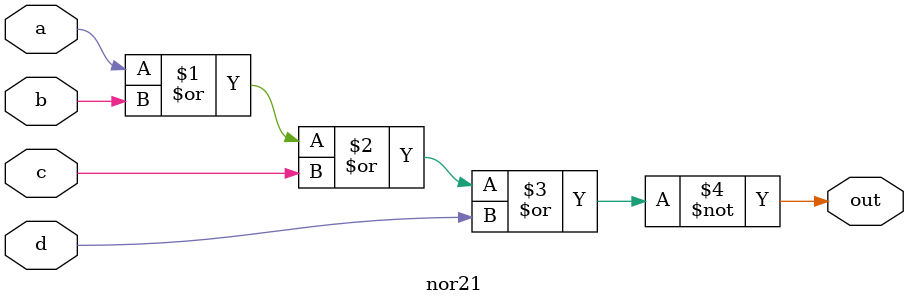
<source format=v>
module nor21 (
  input a,
  input b,
  input c,
  input d,
  output out
);

  assign out = ~(a | b | c | d );

endmodule

</source>
